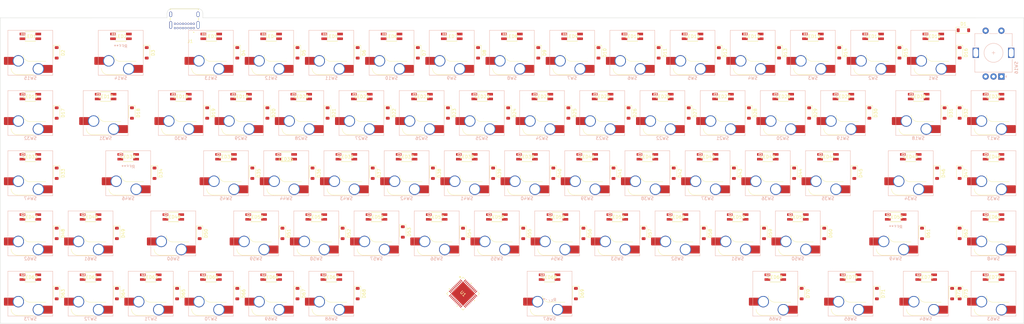
<source format=kicad_pcb>
(kicad_pcb (version 20221018) (generator pcbnew)
  (layers (0 "F.Cu" signal) (31 "B.Cu" signal) (34 "B.Paste" user) (35 "F.Paste" user) (36 "B.SilkS" user "B.Silkscreen") (37 "F.SilkS" user "F.Silkscreen") (38 "B.Mask" user) (39 "F.Mask" user) (44 "Edge.Cuts" user))
  (net 0 "")
  (net 1 "row0")
  (net 2 "Net-(D1-A)")
  (net 3 "Net-(D2-A)")
  (net 4 "Net-(D3-A)")
  (net 5 "Net-(D4-A)")
  (net 6 "Net-(D5-A)")
  (net 7 "Net-(D6-A)")
  (net 8 "Net-(D7-A)")
  (net 9 "Net-(D8-A)")
  (net 10 "Net-(D9-A)")
  (net 11 "Net-(D10-A)")
  (net 12 "Net-(D11-A)")
  (net 13 "Net-(D12-A)")
  (net 14 "Net-(D13-A)")
  (net 15 "Net-(D14-A)")
  (net 16 "Net-(D15-A)")
  (net 17 "Net-(D16-A)")
  (net 18 "Net-(D17-A)")
  (net 19 "Net-(D18-A)")
  (net 20 "Net-(D19-A)")
  (net 21 "Net-(D20-A)")
  (net 22 "Net-(D21-A)")
  (net 23 "Net-(D22-A)")
  (net 24 "Net-(D23-A)")
  (net 25 "Net-(D24-A)")
  (net 26 "Net-(D25-A)")
  (net 27 "Net-(D26-A)")
  (net 28 "Net-(D27-A)")
  (net 29 "Net-(D28-A)")
  (net 30 "Net-(D29-A)")
  (net 31 "Net-(D30-A)")
  (net 32 "Net-(D31-A)")
  (net 33 "Net-(D32-A)")
  (net 34 "Net-(D33-A)")
  (net 35 "Net-(D34-A)")
  (net 36 "Net-(D35-A)")
  (net 37 "Net-(D36-A)")
  (net 38 "Net-(D37-A)")
  (net 39 "Net-(D38-A)")
  (net 40 "Net-(D39-A)")
  (net 41 "Net-(D40-A)")
  (net 42 "Net-(D41-A)")
  (net 43 "Net-(D42-A)")
  (net 44 "Net-(D43-A)")
  (net 45 "Net-(D44-A)")
  (net 46 "Net-(D45-A)")
  (net 47 "Net-(D46-A)")
  (net 48 "Net-(D47-A)")
  (net 49 "Net-(D48-A)")
  (net 50 "Net-(D49-A)")
  (net 51 "Net-(D50-A)")
  (net 52 "Net-(D51-A)")
  (net 53 "Net-(D52-A)")
  (net 54 "Net-(D53-A)")
  (net 55 "Net-(D54-A)")
  (net 56 "Net-(D55-A)")
  (net 57 "Net-(D56-A)")
  (net 58 "Net-(D57-A)")
  (net 59 "Net-(D58-A)")
  (net 60 "Net-(D59-A)")
  (net 61 "Net-(D60-A)")
  (net 62 "Net-(D61-A)")
  (net 63 "Net-(D62-A)")
  (net 64 "Net-(D63-A)")
  (net 65 "Net-(D64-A)")
  (net 66 "Net-(D65-A)")
  (net 67 "Net-(D66-A)")
  (net 68 "Net-(D67-A)")
  (net 69 "Net-(D68-A)")
  (net 70 "col0")
  (net 71 "col2")
  (net 72 "col3")
  (net 73 "col4")
  (net 74 "col5")
  (net 75 "col6")
  (net 76 "col7")
  (net 77 "col8")
  (net 78 "col9")
  (net 79 "col10")
  (net 80 "col11")
  (net 81 "col12")
  (net 82 "col13")
  (net 83 "col14")
  (net 84 "col15")
  (net 85 "col16")
  (net 86 "Net-(D69-A)")
  (net 88 "Net-(D70-A)")
  (net 100 "Net-(D71-A)")
  (net 101 "Net-(D72-A)")
  (net 102 "Net-(D73-A)")
  (net 126 "GND")
  (net 127 "+5V")
  (net 128 "Net-(J1-DP1)")
  (net 129 "Net-(J1-DN1)")
  (net 130 "D-")
  (net 131 "D+")
  (net 132 "row1")
  (net 133 "row2")
  (net 134 "row3")
  (net 135 "row4")
  (net 136 "Net-(LED1-DIN)")
  (net 137 "Net-(LED2-DIN)")
  (net 138 "Net-(LED3-DIN)")
  (net 139 "Net-(LED4-DIN)")
  (net 140 "Net-(LED5-DIN)")
  (net 141 "Net-(LED6-DIN)")
  (net 142 "Net-(LED7-DIN)")
  (net 143 "Net-(LED8-DIN)")
  (net 144 "Net-(LED10-DOUT)")
  (net 145 "Net-(LED10-DIN)")
  (net 146 "Net-(LED11-DIN)")
  (net 147 "Net-(LED12-DIN)")
  (net 148 "Net-(LED13-DIN)")
  (net 149 "Net-(LED14-DIN)")
  (net 150 "LED_row0")
  (net 151 "Net-(LED16-DIN)")
  (net 152 "Net-(LED17-DIN)")
  (net 153 "Net-(LED18-DIN)")
  (net 154 "Net-(LED19-DIN)")
  (net 155 "Net-(LED20-DIN)")
  (net 156 "Net-(LED21-DIN)")
  (net 157 "Net-(LED22-DIN)")
  (net 158 "Net-(LED23-DIN)")
  (net 159 "Net-(LED24-DIN)")
  (net 160 "Net-(LED25-DIN)")
  (net 161 "Net-(LED26-DIN)")
  (net 162 "Net-(LED27-DIN)")
  (net 163 "Net-(LED28-DIN)")
  (net 164 "Net-(LED29-DIN)")
  (net 165 "LED_row1")
  (net 166 "Net-(LED31-DIN)")
  (net 167 "Net-(LED32-DIN)")
  (net 168 "Net-(LED33-DIN)")
  (net 169 "Net-(LED34-DIN)")
  (net 170 "Net-(LED35-DIN)")
  (net 171 "Net-(LED36-DIN)")
  (net 172 "Net-(LED37-DIN)")
  (net 173 "Net-(LED38-DIN)")
  (net 174 "Net-(LED39-DIN)")
  (net 175 "Net-(LED40-DIN)")
  (net 176 "Net-(LED41-DIN)")
  (net 177 "Net-(LED42-DIN)")
  (net 178 "LED_row2")
  (net 179 "Net-(LED44-DIN)")
  (net 180 "Net-(LED45-DIN)")
  (net 181 "Net-(LED46-DIN)")
  (net 182 "Net-(LED47-DIN)")
  (net 183 "Net-(LED48-DIN)")
  (net 184 "Net-(LED49-DIN)")
  (net 185 "Net-(LED50-DIN)")
  (net 186 "Net-(LED51-DIN)")
  (net 187 "Net-(LED52-DIN)")
  (net 188 "Net-(LED53-DIN)")
  (net 189 "Net-(LED54-DIN)")
  (net 190 "Net-(LED55-DIN)")
  (net 191 "Net-(LED56-DIN)")
  (net 192 "Net-(LED57-DIN)")
  (net 193 "Net-(LED59-DIN)")
  (net 194 "Net-(LED60-DIN)")
  (net 195 "Net-(LED61-DIN)")
  (net 196 "Net-(LED62-DIN)")
  (net 197 "Net-(LED63-DIN)")
  (net 198 "Net-(LED64-DIN)")
  (net 199 "Net-(LED65-DIN)")
  (net 200 "Net-(LED66-DIN)")
  (net 201 "Net-(LED67-DIN)")
  (net 202 "LED_row4")
  (net 203 "Net-(J1-VBUS)")
  (net 204 "Net-(J1-CC1)")
  (net 205 "Net-(J1-CC2)")
  (net 206 "col17")
  (net 207 "RESET")
  (net 208 "Net-(U2-XTAL2)")
  (net 209 "Net-(U2-XTAL1)")
  (net 213 "Net-(LED1-DOUT)")
  (net 214 "Net-(LED16-DOUT)")
  (net 215 "Net-(LED31-DOUT)")
  (net 216 "Net-(LED44-DOUT)")
  (net 217 "Net-(LED59-DOUT)")
  (net 226 "Net-(LED32-DOUT)")
  (footprint "Snapeda:4960_ADA" (layer "F.Cu") (at 233.1339 70.996175)
    (fp_text reference "LED26")
    (fp_text value "4960")
    (fp_line (start -1.6002 -1.397) (end -1.6002 1.397) (stroke (width 0.0254)) (layer "Edge.Cuts"))
    (fp_line (start -1.6002 -1.397) (end 1.6002 -1.397) (stroke (width 0.0254)) (layer "Edge.Cuts"))
    (fp_line (start -1.6002 1.397) (end 1.6002 1.397) (stroke (width 0.0254)) (layer "Edge.Cuts"))
    (fp_line (start 1.6002 1.397) (end 1.6002 -1.397) (stroke (width 0.0254)) (layer "Edge.Cuts"))
  )
  (footprint "Snapeda:4960_ADA" (layer "F.Cu") (at 266.35075 90.046175)
    (fp_text reference "LED43")
    (fp_text value "4960")
    (fp_line (start -1.6002 -1.397) (end -1.6002 1.397) (stroke (width 0.0254)) (layer "Edge.Cuts"))
    (fp_line (start -1.6002 -1.397) (end 1.6002 -1.397) (stroke (width 0.0254)) (layer "Edge.Cuts"))
    (fp_line (start -1.6002 1.397) (end 1.6002 1.397) (stroke (width 0.0254)) (layer "Edge.Cuts"))
    (fp_line (start 1.6002 1.397) (end 1.6002 -1.397) (stroke (width 0.0254)) (layer "Edge.Cuts"))
  )
  (footprint "Diode_SMD:D_SOD-123" (layer "F.Cu") (at 165.147625 76.2 -90)
    (fp_text reference "D23")
    (fp_text value "1N4007")
  )
  (footprint "Snapeda:4960_ADA" (layer "F.Cu") (at 261.58825 51.946175)
    (fp_text reference "LED12")
    (fp_text value "4960")
    (fp_line (start -1.6002 -1.397) (end -1.6002 1.397) (stroke (width 0.0254)) (layer "Edge.Cuts"))
    (fp_line (start -1.6002 -1.397) (end 1.6002 -1.397) (stroke (width 0.0254)) (layer "Edge.Cuts"))
    (fp_line (start -1.6002 1.397) (end 1.6002 1.397) (stroke (width 0.0254)) (layer "Edge.Cuts"))
    (fp_line (start 1.6002 1.397) (end 1.6002 -1.397) (stroke (width 0.0254)) (layer "Edge.Cuts"))
  )
  (footprint "Snapeda:4960_ADA" (layer "F.Cu") (at 175.9839 70.996175)
    (fp_text reference "LED23")
    (fp_text value "4960")
    (fp_line (start -1.6002 -1.397) (end -1.6002 1.397) (stroke (width 0.0254)) (layer "Edge.Cuts"))
    (fp_line (start -1.6002 -1.397) (end 1.6002 -1.397) (stroke (width 0.0254)) (layer "Edge.Cuts"))
    (fp_line (start -1.6002 1.397) (end 1.6002 1.397) (stroke (width 0.0254)) (layer "Edge.Cuts"))
    (fp_line (start 1.6002 1.397) (end 1.6002 -1.397) (stroke (width 0.0254)) (layer "Edge.Cuts"))
  )
  (footprint "Snapeda:4960_ADA" (layer "F.Cu") (at 90.13825 128.146175)
    (fp_text reference "LED65")
    (fp_text value "4960")
    (fp_line (start -1.6002 -1.397) (end -1.6002 1.397) (stroke (width 0.0254)) (layer "Edge.Cuts"))
    (fp_line (start -1.6002 -1.397) (end 1.6002 -1.397) (stroke (width 0.0254)) (layer "Edge.Cuts"))
    (fp_line (start -1.6002 1.397) (end 1.6002 1.397) (stroke (width 0.0254)) (layer "Edge.Cuts"))
    (fp_line (start 1.6002 1.397) (end 1.6002 -1.397) (stroke (width 0.0254)) (layer "Edge.Cuts"))
  )
  (footprint "Snapeda:4960_ADA" (layer "F.Cu") (at 195.0339 70.996175)
    (fp_text reference "LED24")
    (fp_text value "4960")
    (fp_line (start -1.6002 -1.397) (end -1.6002 1.397) (stroke (width 0.0254)) (layer "Edge.Cuts"))
    (fp_line (start -1.6002 -1.397) (end 1.6002 -1.397) (stroke (width 0.0254)) (layer "Edge.Cuts"))
    (fp_line (start -1.6002 1.397) (end 1.6002 1.397) (stroke (width 0.0254)) (layer "Edge.Cuts"))
    (fp_line (start 1.6002 1.397) (end 1.6002 -1.397) (stroke (width 0.0254)) (layer "Edge.Cuts"))
  )
  (footprint "Diode_SMD:D_SOD-123" (layer "F.Cu") (at 327.072625 133.35 -90)
    (fp_text reference "D73")
    (fp_text value "1N4007")
  )
  (footprint "Diode_SMD:D_SOD-123" (layer "F.Cu") (at 324.691375 133.35 -90)
    (fp_text reference "D72")
    (fp_text value "1N4007")
  )
  (footprint "Diode_SMD:D_SOD-123" (layer "F.Cu") (at 269.922625 57.15 -90)
    (fp_text reference "D13")
    (fp_text value "1N4007")
  )
  (footprint "Diode_SMD:D_SOD-123" (layer "F.Cu") (at 260.397625 76.2 -90)
    (fp_text reference "D28")
    (fp_text value "1N4007")
  )
  (footprint "Snapeda:4960_ADA" (layer "F.Cu") (at 314.0964 70.996175)
    (fp_text reference "LED30")
    (fp_text value "4960")
    (fp_line (start -1.6002 -1.397) (end -1.6002 1.397) (stroke (width 0.0254)) (layer "Edge.Cuts"))
    (fp_line (start -1.6002 -1.397) (end 1.6002 -1.397) (stroke (width 0.0254)) (layer "Edge.Cuts"))
    (fp_line (start -1.6002 1.397) (end 1.6002 1.397) (stroke (width 0.0254)) (layer "Edge.Cuts"))
    (fp_line (start 1.6002 1.397) (end 1.6002 -1.397) (stroke (width 0.0254)) (layer "Edge.Cuts"))
  )
  (footprint "Snapeda:4960_ADA" (layer "F.Cu") (at 311.5945 90.046175)
    (fp_text reference "LED45")
    (fp_text value "4960")
    (fp_line (start -1.6002 -1.397) (end -1.6002 1.397) (stroke (width 0.0254)) (layer "Edge.Cuts"))
    (fp_line (start -1.6002 -1.397) (end 1.6002 -1.397) (stroke (width 0.0254)) (layer "Edge.Cuts"))
    (fp_line (start -1.6002 1.397) (end 1.6002 1.397) (stroke (width 0.0254)) (layer "Edge.Cuts"))
    (fp_line (start 1.6002 1.397) (end 1.6002 -1.397) (stroke (width 0.0254)) (layer "Edge.Cuts"))
  )
  (footprint "Snapeda:4960_ADA" (layer "F.Cu") (at 337.78825 128.146175)
    (fp_text reference "LED72")
    (fp_text value "4960")
    (fp_line (start -1.6002 -1.397) (end -1.6002 1.397) (stroke (width 0.0254)) (layer "Edge.Cuts"))
    (fp_line (start -1.6002 -1.397) (end 1.6002 -1.397) (stroke (width 0.0254)) (layer "Edge.Cuts"))
    (fp_line (start -1.6002 1.397) (end 1.6002 1.397) (stroke (width 0.0254)) (layer "Edge.Cuts"))
    (fp_line (start 1.6002 1.397) (end 1.6002 -1.397) (stroke (width 0.0254)) (layer "Edge.Cuts"))
  )
  (footprint "Diode_SMD:D_SOD-123" (layer "F.Cu") (at 193.722625 57.15 -90)
    (fp_text reference "D9")
    (fp_text value "1N4007")
  )
  (footprint "Diode_SMD:D_SOD-123" (layer "F.Cu") (at 327.072625 95.25 -90)
    (fp_text reference "D47")
    (fp_text value "1N4007")
  )
  (footprint "Diode_SMD:D_SOD-123" (layer "F.Cu") (at 327.072625 57.15 -90)
    (fp_text reference "D16")
    (fp_text value "1N4007")
  )
  (footprint "Snapeda:4960_ADA" (layer "F.Cu") (at 56.80075 70.996175)
    (fp_text reference "LED17")
    (fp_text value "4960")
    (fp_line (start -1.6002 -1.397) (end -1.6002 1.397) (stroke (width 0.0254)) (layer "Edge.Cuts"))
    (fp_line (start -1.6002 -1.397) (end 1.6002 -1.397) (stroke (width 0.0254)) (layer "Edge.Cuts"))
    (fp_line (start -1.6002 1.397) (end 1.6002 1.397) (stroke (width 0.0254)) (layer "Edge.Cuts"))
    (fp_line (start 1.6002 1.397) (end 1.6002 -1.397) (stroke (width 0.0254)) (layer "Edge.Cuts"))
  )
  (footprint "Snapeda:4960_ADA" (layer "F.Cu") (at 90.2335 51.946175)
    (fp_text reference "LED3")
    (fp_text value "4960")
    (fp_line (start -1.6002 -1.397) (end -1.6002 1.397) (stroke (width 0.0254)) (layer "Edge.Cuts"))
    (fp_line (start -1.6002 -1.397) (end 1.6002 -1.397) (stroke (width 0.0254)) (layer "Edge.Cuts"))
    (fp_line (start -1.6002 1.397) (end 1.6002 1.397) (stroke (width 0.0254)) (layer "Edge.Cuts"))
    (fp_line (start 1.6002 1.397) (end 1.6002 -1.397) (stroke (width 0.0254)) (layer "Edge.Cuts"))
  )
  (footprint "Snapeda:4960_ADA" (layer "F.Cu") (at 104.42575 109.096175)
    (fp_text reference "LED50")
    (fp_text value "4960")
    (fp_line (start -1.6002 -1.397) (end -1.6002 1.397) (stroke (width 0.0254)) (layer "Edge.Cuts"))
    (fp_line (start -1.6002 -1.397) (end 1.6002 -1.397) (stroke (width 0.0254)) (layer "Edge.Cuts"))
    (fp_line (start -1.6002 1.397) (end 1.6002 1.397) (stroke (width 0.0254)) (layer "Edge.Cuts"))
    (fp_line (start 1.6002 1.397) (end 1.6002 -1.397) (stroke (width 0.0254)) (layer "Edge.Cuts"))
  )
  (footprint "Snapeda:4960_ADA" (layer "F.Cu") (at 337.78825 109.096175)
    (fp_text reference "LED61")
    (fp_text value "4960")
    (fp_line (start -1.6002 -1.397) (end -1.6002 1.397) (stroke (width 0.0254)) (layer "Edge.Cuts"))
    (fp_line (start -1.6002 -1.397) (end 1.6002 -1.397) (stroke (width 0.0254)) (layer "Edge.Cuts"))
    (fp_line (start -1.6002 1.397) (end 1.6002 1.397) (stroke (width 0.0254)) (layer "Edge.Cuts"))
    (fp_line (start 1.6002 1.397) (end 1.6002 -1.397) (stroke (width 0.0254)) (layer "Edge.Cuts"))
  )
  (footprint "Snapeda:4960_ADA" (layer "F.Cu") (at 94.90075 90.046175)
    (fp_text reference "LED34")
    (fp_text value "4960")
    (fp_line (start -1.6002 -1.397) (end -1.6002 1.397) (stroke (width 0.0254)) (layer "Edge.Cuts"))
    (fp_line (start -1.6002 -1.397) (end 1.6002 -1.397) (stroke (width 0.0254)) (layer "Edge.Cuts"))
    (fp_line (start -1.6002 1.397) (end 1.6002 1.397) (stroke (width 0.0254)) (layer "Edge.Cuts"))
    (fp_line (start 1.6002 1.397) (end 1.6002 -1.397) (stroke (width 0.0254)) (layer "Edge.Cuts"))
  )
  (footprint "Snapeda:4960_ADA" (layer "F.Cu") (at 52.03825 128.146175)
    (fp_text reference "LED64")
    (fp_text value "4960")
    (fp_line (start -1.6002 -1.397) (end -1.6002 1.397) (stroke (width 0.0254)) (layer "Edge.Cuts"))
    (fp_line (start -1.6002 -1.397) (end 1.6002 -1.397) (stroke (width 0.0254)) (layer "Edge.Cuts"))
    (fp_line (start -1.6002 1.397) (end 1.6002 1.397) (stroke (width 0.0254)) (layer "Edge.Cuts"))
    (fp_line (start 1.6002 1.397) (end 1.6002 -1.397) (stroke (width 0.0254)) (layer "Edge.Cuts"))
  )
  (footprint "MountingHole:MountingHole_3.2mm_M3" (layer "F.Cu") (at 61.56325 123.825)
    (fp_text reference "REF**" hide)
    (fp_text value "MountingHole_3.2mm_M3" hide)
  )
  (footprint "Diode_SMD:D_SOD-123" (layer "F.Cu") (at 141.335125 95.25 -90)
    (fp_text reference "D37")
    (fp_text value "1N4007")
  )
  (footprint "Snapeda:4960_ADA" (layer "F.Cu") (at 256.82575 109.096175)
    (fp_text reference "LED53")
    (fp_text value "4960")
    (fp_line (start -1.6002 -1.397) (end -1.6002 1.397) (stroke (width 0.0254)) (layer "Edge.Cuts"))
    (fp_line (start -1.6002 -1.397) (end 1.6002 -1.397) (stroke (width 0.0254)) (layer "Edge.Cuts"))
    (fp_line (start -1.6002 1.397) (end 1.6002 1.397) (stroke (width 0.0254)) (layer "Edge.Cuts"))
    (fp_line (start 1.6002 1.397) (end 1.6002 -1.397) (stroke (width 0.0254)) (layer "Edge.Cuts"))
  )
  (footprint "Diode_SMD:D_SOD-123" (layer "F.Cu") (at 69.81825 57.15 -90)
    (fp_text reference "D3")
    (fp_text value "1N4007")
  )
  (footprint "Diode_SMD:D_SOD-123" (layer "F.Cu") (at 41.322625 76.2 -90)
    (fp_text reference "D17")
    (fp_text value "1N4007")
  )
  (footprint "Diode_SMD:D_SOD-123" (layer "F.Cu") (at 222.297625 76.2 -90)
    (fp_text reference "D26")
    (fp_text value "1N4007")
  )
  (footprint "Diode_SMD:D_SOD-123" (layer "F.Cu") (at 255.635125 95.25 -90)
    (fp_text reference "D43")
    (fp_text value "1N4007")
  )
  (footprint "Snapeda:4960_ADA" (layer "F.Cu") (at 316.47765 128.146175)
    (fp_text reference "LED71")
    (fp_text value "4960")
    (fp_line (start -1.6002 -1.397) (end -1.6002 1.397) (stroke (width 0.0254)) (layer "Edge.Cuts"))
    (fp_line (start -1.6002 -1.397) (end 1.6002 -1.397) (stroke (width 0.0254)) (layer "Edge.Cuts"))
    (fp_line (start -1.6002 1.397) (end 1.6002 1.397) (stroke (width 0.0254)) (layer "Edge.Cuts"))
    (fp_line (start 1.6002 1.397) (end 1.6002 -1.397) (stroke (width 0.0254)) (layer "Edge.Cuts"))
  )
  (footprint "Snapeda:4960_ADA" (layer "F.Cu") (at 32.98825 70.996175)
    (fp_text reference "LED16")
    (fp_text value "4960")
    (fp_line (start -1.6002 -1.397) (end -1.6002 1.397) (stroke (width 0.0254)) (layer "Edge.Cuts"))
    (fp_line (start -1.6002 -1.397) (end 1.6002 -1.397) (stroke (width 0.0254)) (layer "Edge.Cuts"))
    (fp_line (start -1.6002 1.397) (end 1.6002 1.397) (stroke (width 0.0254)) (layer "Edge.Cuts"))
    (fp_line (start 1.6002 1.397) (end 1.6002 -1.397) (stroke (width 0.0254)) (layer "Edge.Cuts"))
  )
  (footprint "Snapeda:4960_ADA" (layer "F.Cu") (at 32.98825 90.046175)
    (fp_text reference "LED32")
    (fp_text value "4960")
    (fp_line (start -1.6002 -1.397) (end -1.6002 1.397) (stroke (width 0.0254)) (layer "Edge.Cuts"))
    (fp_line (start -1.6002 -1.397) (end 1.6002 -1.397) (stroke (width 0.0254)) (layer "Edge.Cuts"))
    (fp_line (start -1.6002 1.397) (end 1.6002 1.397) (stroke (width 0.0254)) (layer "Edge.Cuts"))
    (fp_line (start 1.6002 1.397) (end 1.6002 -1.397) (stroke (width 0.0254)) (layer "Edge.Cuts"))
  )
  (footprint "Snapeda:4960_ADA" (layer "F.Cu") (at 242.53825 51.946175)
    (fp_text reference "LED11")
    (fp_text value "4960")
    (fp_line (start -1.6002 -1.397) (end -1.6002 1.397) (stroke (width 0.0254)) (layer "Edge.Cuts"))
    (fp_line (start -1.6002 -1.397) (end 1.6002 -1.397) (stroke (width 0.0254)) (layer "Edge.Cuts"))
    (fp_line (start -1.6002 1.397) (end 1.6002 1.397) (stroke (width 0.0254)) (layer "Edge.Cuts"))
    (fp_line (start 1.6002 1.397) (end 1.6002 -1.397) (stroke (width 0.0254)) (layer "Edge.Cuts"))
  )
  (footprint "Snapeda:4960_ADA" (layer "F.Cu") (at 218.72575 109.096175)
    (fp_text reference "LED52")
    (fp_text value "4960")
    (fp_line (start -1.6002 -1.397) (end -1.6002 1.397) (stroke (width 0.0254)) (layer "Edge.Cuts"))
    (fp_line (start -1.6002 -1.397) (end 1.6002 -1.397) (stroke (width 0.0254)) (layer "Edge.Cuts"))
    (fp_line (start -1.6002 1.397) (end 1.6002 1.397) (stroke (width 0.0254)) (layer "Edge.Cuts"))
    (fp_line (start 1.6002 1.397) (end 1.6002 -1.397) (stroke (width 0.0254)) (layer "Edge.Cuts"))
  )
  (footprint "Snapeda:4960_ADA" (layer "F.Cu") (at 32.98825 51.946175)
    (fp_text reference "LED1")
    (fp_text value "4960")
    (fp_line (start -1.6002 -1.397) (end -1.6002 1.397) (stroke (width 0.0254)) (layer "Edge.Cuts"))
    (fp_line (start -1.6002 -1.397) (end 1.6002 -1.397) (stroke (width 0.0254)) (layer "Edge.Cuts"))
    (fp_line (start -1.6002 1.397) (end 1.6002 1.397) (stroke (width 0.0254)) (layer "Edge.Cuts"))
    (fp_line (start 1.6002 1.397) (end 1.6002 -1.397) (stroke (width 0.0254)) (layer "Edge.Cuts"))
  )
  (footprint "Snapeda:4960_ADA" (layer "F.Cu") (at 71.08825 128.146175)
    (fp_text reference "LED62")
    (fp_text value "4960")
    (fp_line (start -1.6002 -1.397) (end -1.6002 1.397) (stroke (width 0.0254)) (layer "Edge.Cuts"))
    (fp_line (start -1.6002 -1.397) (end 1.6002 -1.397) (stroke (width 0.0254)) (layer "Edge.Cuts"))
    (fp_line (start -1.6002 1.397) (end 1.6002 1.397) (stroke (width 0.0254)) (layer "Edge.Cuts"))
    (fp_line (start 1.6002 1.397) (end 1.6002 -1.397) (stroke (width 0.0254)) (layer "Edge.Cuts"))
  )
  (footprint "Snapeda:4960_ADA" (layer "F.Cu") (at 61.65215 51.946175)
    (fp_text reference "LED2")
    (fp_text value "4960")
    (fp_line (start -1.6002 -1.397) (end -1.6002 1.397) (stroke (width 0.0254)) (layer "Edge.Cuts"))
    (fp_line (start -1.6002 -1.397) (end 1.6002 -1.397) (stroke (width 0.0254)) (layer "Edge.Cuts"))
    (fp_line (start -1.6002 1.397) (end 1.6002 1.397) (stroke (width 0.0254)) (layer "Edge.Cuts"))
    (fp_line (start 1.6002 1.397) (end 1.6002 -1.397) (stroke (width 0.0254)) (layer "Edge.Cuts"))
  )
  (footprint "Snapeda:4960_ADA" (layer "F.Cu") (at 337.78825 70.996175)
    (fp_text reference "LED31")
    (fp_text value "4960")
    (fp_line (start -1.6002 -1.397) (end -1.6002 1.397) (stroke (width 0.0254)) (layer "Edge.Cuts"))
    (fp_line (start -1.6002 -1.397) (end 1.6002 -1.397) (stroke (width 0.0254)) (layer "Edge.Cuts"))
    (fp_line (start -1.6002 1.397) (end 1.6002 1.397) (stroke (width 0.0254)) (layer "Edge.Cuts"))
    (fp_line (start 1.6002 1.397) (end 1.6002 -1.397) (stroke (width 0.0254)) (layer "Edge.Cuts"))
  )
  (footprint "Snapeda:4960_ADA" (layer "F.Cu") (at 190.15075 90.046175)
    (fp_text reference "LED39")
    (fp_text value "4960")
    (fp_line (start -1.6002 -1.397) (end -1.6002 1.397) (stroke (width 0.0254)) (layer "Edge.Cuts"))
    (fp_line (start -1.6002 -1.397) (end 1.6002 -1.397) (stroke (width 0.0254)) (layer "Edge.Cuts"))
    (fp_line (start -1.6002 1.397) (end 1.6002 1.397) (stroke (width 0.0254)) (layer "Edge.Cuts"))
    (fp_line (start 1.6002 1.397) (end 1.6002 -1.397) (stroke (width 0.0254)) (layer "Edge.Cuts"))
  )
  (footprint "MountingHole:MountingHole_3.2mm_M3" (layer "F.Cu") (at 180.62575 86.915625)
    (fp_text reference "REF**" hide)
    (fp_text value "MountingHole_3.2mm_M3" hide)
  )
  (footprint "Diode_SMD:D_SOD-123" (layer "F.Cu") (at 136.572625 57.15 -90)
    (fp_text reference "D6")
    (fp_text value "1N4007")
  )
  (footprint "Snapeda:4960_ADA" (layer "F.Cu") (at 285.40075 90.046175)
    (fp_text reference "LED44")
    (fp_text value "4960")
    (fp_line (start -1.6002 -1.397) (end -1.6002 1.397) (stroke (width 0.0254)) (layer "Edge.Cuts"))
    (fp_line (start -1.6002 -1.397) (end 1.6002 -1.397) (stroke (width 0.0254)) (layer "Edge.Cuts"))
    (fp_line (start -1.6002 1.397) (end 1.6002 1.397) (stroke (width 0.0254)) (layer "Edge.Cuts"))
    (fp_line (start 1.6002 1.397) (end 1.6002 -1.397) (stroke (width 0.0254)) (layer "Edge.Cuts"))
  )
  (footprint "Snapeda:4960_ADA" (layer "F.Cu") (at 214.0839 70.996175)
    (fp_text reference "LED25")
    (fp_text value "4960")
    (fp_line (start -1.6002 -1.397) (end -1.6002 1.397) (stroke (width 0.0254)) (layer "Edge.Cuts"))
    (fp_line (start -1.6002 -1.397) (end 1.6002 -1.397) (stroke (width 0.0254)) (layer "Edge.Cuts"))
    (fp_line (start -1.6002 1.397) (end 1.6002 1.397) (stroke (width 0.0254)) (layer "Edge.Cuts"))
    (fp_line (start 1.6002 1.397) (end 1.6002 -1.397) (stroke (width 0.0254)) (layer "Edge.Cuts"))
  )
  (footprint "Diode_SMD:D_SOD-123" (layer "F.Cu") (at 41.322625 114.3 -90)
    (fp_text reference "D48")
    (fp_text value "1N4007")
  )
  (footprint "Diode_SMD:D_SOD-123" (layer "F.Cu") (at 208.010125 114.3 -90)
    (fp_text reference "D56")
    (fp_text value "1N4007")
  )
  (footprint "Snapeda:4960_ADA" (layer "F.Cu") (at 128.49225 51.946175)
    (fp_text reference "LED5")
    (fp_text value "4960")
    (fp_line (start -1.6002 -1.397) (end -1.6002 1.397) (stroke (width 0.0254)) (layer "Edge.Cuts"))
    (fp_line (start -1.6002 -1.397) (end 1.6002 -1.397) (stroke (width 0.0254)) (layer "Edge.Cuts"))
    (fp_line (start -1.6002 1.397) (end 1.6002 1.397) (stroke (width 0.0254)) (layer "Edge.Cuts"))
    (fp_line (start 1.6002 1.397) (end 1.6002 -1.397) (stroke (width 0.0254)) (layer "Edge.Cuts"))
  )
  (footprint "Diode_SMD:D_SOD-123" (layer "F.Cu") (at 112.760125 114.3 -90)
    (fp_text reference "D51")
    (fp_text value "1N4007")
  )
  (footprint "Diode_SMD:D_SOD-123" (layer "F.Cu") (at 65.135125 76.2 -90)
    (fp_text reference "D18")
    (fp_text value "1N4007")
  )
  (footprint "Diode_SMD:D_SOD-123" (layer "F.Cu") (at 98.472625 57.15 -90)
    (fp_text reference "D4")
    (fp_text value "1N4007")
  )
  (footprint "Snapeda:4960_ADA" (layer "F.Cu") (at 109.18825 128.146175)
    (fp_text reference "LED66")
    (fp_text value "4960")
    (fp_line (start -1.6002 -1.397) (end -1.6002 1.397) (stroke (width 0.0254)) (layer "Edge.Cuts"))
    (fp_line (start -1.6002 -1.397) (end 1.6002 -1.397) (stroke (width 0.0254)) (layer "Edge.Cuts"))
    (fp_line (start -1.6002 1.397) (end 1.6002 1.397) (stroke (width 0.0254)) (layer "Edge.Cuts"))
    (fp_line (start 1.6002 1.397) (end 1.6002 -1.397) (stroke (width 0.0254)) (layer "Edge.Cuts"))
  )
  (footprint "Snapeda:4960_ADA" (layer "F.Cu") (at 156.9339 70.996175)
    (fp_text reference "LED22")
    (fp_text value "4960")
    (fp_line (start -1.6002 -1.397) (end -1.6002 1.397) (stroke (width 0.0254)) (layer "Edge.Cuts"))
    (fp_line (start -1.6002 -1.397) (end 1.6002 -1.397) (stroke (width 0.0254)) (layer "Edge.Cuts"))
    (fp_line (start -1.6002 1.397) (end 1.6002 1.397) (stroke (width 0.0254)) (layer "Edge.Cuts"))
    (fp_line (start 1.6002 1.397) (end 1.6002 -1.397) (stroke (width 0.0254)) (layer "Edge.Cuts"))
  )
  (footprint "Snapeda:4960_ADA" (layer "F.Cu") (at 197.2945 128.146175)
    (fp_text reference "LED68")
    (fp_text value "4960")
    (fp_line (start -1.6002 -1.397) (end -1.6002 1.397) (stroke (width 0.0254)) (layer "Edge.Cuts"))
    (fp_line (start -1.6002 -1.397) (end 1.6002 -1.397) (stroke (width 0.0254)) (layer "Edge.Cuts"))
    (fp_line (start -1.6002 1.397) (end 1.6002 1.397) (stroke (width 0.0254)) (layer "Edge.Cuts"))
    (fp_line (start 1.6002 1.397) (end 1.6002 -1.397) (stroke (width 0.0254)) (layer "Edge.Cuts"))
  )
  (footprint "Diode_SMD:D_SOD-123" (layer "F.Cu") (at 174.672625 57.15 -90)
    (fp_text reference "D8")
    (fp_text value "1N4007")
  )
  (footprint "Snapeda:44PW_ATM" (layer "F.Cu") (at 169.910125 133.35 -45)
    (fp_text reference "U1")
    (fp_text value "ATMEGA32U4RC-MUR")
  )
  (footprint "Diode_SMD:D_SOD-123" (layer "F.Cu") (at 169.910125 114.3 -90)
    (fp_text reference "D54")
    (fp_text value "1N4007")
  )
  (footprint "Snapeda:4960_ADA" (layer "F.Cu") (at 152.05075 90.046175)
    (fp_text reference "LED37")
    (fp_text value "4960")
    (fp_line (start -1.6002 -1.397) (end -1.6002 1.397) (stroke (width 0.0254)) (layer "Edge.Cuts"))
    (fp_line (start -1.6002 -1.397) (end 1.6002 -1.397) (stroke (width 0.0254)) (layer "Edge.Cuts"))
    (fp_line (start -1.6002 1.397) (end 1.6002 1.397) (stroke (width 0.0254)) (layer "Edge.Cuts"))
    (fp_line (start 1.6002 1.397) (end 1.6002 -1.397) (stroke (width 0.0254)) (layer "Edge.Cuts"))
  )
  (footprint "Snapeda:4960_ADA" (layer "F.Cu") (at 142.52575 109.096175)
    (fp_text reference "LED56")
    (fp_text value "4960")
    (fp_line (start -1.6002 -1.397) (end -1.6002 1.397) (stroke (width 0.0254)) (layer "Edge.Cuts"))
    (fp_line (start -1.6002 -1.397) (end 1.6002 -1.397) (stroke (width 0.0254)) (layer "Edge.Cuts"))
    (fp_line (start -1.6002 1.397) (end 1.6002 1.397) (stroke (width 0.0254)) (layer "Edge.Cuts"))
    (fp_line (start 1.6002 1.397) (end 1.6002 -1.397) (stroke (width 0.0254)) (layer "Edge.Cuts"))
  )
  (footprint "Diode_SMD:D_SOD-123" (layer "F.Cu") (at 293.735125 95.25 -90)
    (fp_text reference "D45")
    (fp_text value "1N4007")
  )
  (footprint "Snapeda:4960_ADA" (layer "F.Cu") (at 306.832 109.096175)
    (fp_text reference "LED55")
    (fp_text value "4960")
    (fp_line (start -1.6002 -1.397) (end -1.6002 1.397) (stroke (width 0.0254)) (layer "Edge.Cuts"))
    (fp_line (start -1.6002 -1.397) (end 1.6002 -1.397) (stroke (width 0.0254)) (layer "Edge.Cuts"))
    (fp_line (start -1.6002 1.397) (end 1.6002 1.397) (stroke (width 0.0254)) (layer "Edge.Cuts"))
    (fp_line (start 1.6002 1.397) (end 1.6002 -1.397) (stroke (width 0.0254)) (layer "Edge.Cuts"))
  )
  (footprint "Snapeda:4960_ADA" (layer "F.Cu") (at 32.98825 128.146175)
    (fp_text reference "LED63")
    (fp_text value "4960")
    (fp_line (start -1.6002 -1.397) (end -1.6002 1.397) (stroke (width 0.0254)) (layer "Edge.Cuts"))
    (fp_line (start -1.6002 -1.397) (end 1.6002 -1.397) (stroke (width 0.0254)) (layer "Edge.Cuts"))
    (fp_line (start -1.6002 1.397) (end 1.6002 1.397) (stroke (width 0.0254)) (layer "Edge.Cuts"))
    (fp_line (start 1.6002 1.397) (end 1.6002 -1.397) (stroke (width 0.0254)) (layer "Edge.Cuts"))
  )
  (footprint "Diode_SMD:D_SOD-123" (layer "F.Cu") (at 188.960125 114.3 -90)
    (fp_text reference "D55")
    (fp_text value "1N4007")
  )
  (footprint "Diode_SMD:D_SOD-123" (layer "F.Cu") (at 160.385125 95.25 -90)
    (fp_text reference "D38")
    (fp_text value "1N4007")
  )
  (footprint "Diode_SMD:D_SOD-123" (layer "F.Cu") (at 274.685125 95.25 -90)
    (fp_text reference "D44")
    (fp_text value "1N4007")
  )
  (footprint "Diode_SMD:D_SOD-123" (layer "F.Cu") (at 79.422625 133.35 -90)
    (fp_text reference "D65")
    (fp_text value "1N4007")
  )
  (footprint "Snapeda:4960_ADA" (layer "F.Cu") (at 223.48825 51.946175)
    (fp_text reference "LED10")
    (fp_text value "4960")
    (fp_line (start -1.6002 -1.397) (end -1.6002 1.397) (stroke (width 0.0254)) (layer "Edge.Cuts"))
    (fp_line (start -1.6002 -1.397) (end 1.6002 -1.397) (stroke (width 0.0254)) (layer "Edge.Cuts"))
    (fp_line (start -1.6002 1.397) (end 1.6002 1.397) (stroke (width 0.0254)) (layer "Edge.Cuts"))
    (fp_line (start 1.6002 1.397) (end 1.6002 -1.397) (stroke (width 0.0254)) (layer "Edge.Cuts"))
  )
  (footprint "Diode_SMD:D_SOD-123" (layer "F.Cu") (at 231.822625 57.15 -90)
    (fp_text reference "D11")
    (fp_text value "1N4007")
  )
  (footprint "Snapeda:4960_ADA" (layer "F.Cu") (at 180.62575 109.096175)
    (fp_text reference "LED58")
    (fp_text value "4960")
    (fp_line (start -1.6002 -1.397) (end -1.6002 1.397) (stroke (width 0.0254)) (layer "Edge.Cuts"))
    (fp_line (start -1.6002 -1.397) (end 1.6002 -1.397) (stroke (width 0.0254)) (layer "Edge.Cuts"))
    (fp_line (start -1.6002 1.397) (end 1.6002 1.397) (stroke (width 0.0254)) (layer "Edge.Cuts"))
    (fp_line (start 1.6002 1.397) (end 1.6002 -1.397) (stroke (width 0.0254)) (layer "Edge.Cuts"))
  )
  (footprint "Diode_SMD:D_SOD-123" (layer "F.Cu") (at 236.585125 95.25 -90)
    (fp_text reference "D42")
    (fp_text value "1N4007")
  )
  (footprint "Snapeda:4960_ADA" (layer "F.Cu") (at 52.03825 109.096175)
    (fp_text reference "LED48")
    (fp_text value "4960")
    (fp_line (start -1.6002 -1.397) (end -1.6002 1.397) (stroke (width 0.0254)) (layer "Edge.Cuts"))
    (fp_line (start -1.6002 -1.397) (end 1.6002 -1.397) (stroke (width 0.0254)) (layer "Edge.Cuts"))
    (fp_line (start -1.6002 1.397) (end 1.6002 1.397) (stroke (width 0.0254)) (layer "Edge.Cuts"))
    (fp_line (start 1.6002 1.397) (end 1.6002 -1.397) (stroke (width 0.0254)) (layer "Edge.Cuts"))
  )
  (footprint "Diode_SMD:D_SOD-123" (layer "F.Cu") (at 205.628875 133.35 -90)
    (fp_text reference "D69")
    (fp_text value "1N4007")
  )
  (footprint "Diode_SMD:D_SOD-123" (layer "F.Cu") (at 308.022625 57.15 -90)
    (fp_text reference "D15")
    (fp_text value "1N4007")
  )
  (footprint "Diode_SMD:D_SOD-123" (layer "F.Cu") (at 131.810125 114.3 -90)
    (fp_text reference "D52")
    (fp_text value "1N4007")
  )
  (footprint "Snapeda:4960_ADA" (layer "F.Cu") (at 209.20075 90.046175)
    (fp_text reference "LED40")
    (fp_text value "4960")
    (fp_line (start -1.6002 -1.397) (end -1.6002 1.397) (stroke (width 0.0254)) (layer "Edge.Cuts"))
    (fp_line (start -1.6002 -1.397) (end 1.6002 -1.397) (stroke (width 0.0254)) (layer "Edge.Cuts"))
    (fp_line (start -1.6002 1.397) (end 1.6002 1.397) (stroke (width 0.0254)) (layer "Edge.Cuts"))
    (fp_line (start 1.6002 1.397) (end 1.6002 -1.397) (stroke (width 0.0254)) (layer "Edge.Cuts"))
  )
  (footprint "Snapeda:4960_ADA" (layer "F.Cu") (at 147.28825 51.946175)
    (fp_text reference "LED6")
    (fp_text value "4960")
    (fp_line (start -1.6002 -1.397) (end -1.6002 1.397) (stroke (width 0.0254)) (layer "Edge.Cuts"))
    (fp_line (start -1.6002 -1.397) (end 1.6002 -1.397) (stroke (width 0.0254)) (layer "Edge.Cuts"))
    (fp_line (start -1.6002 1.397) (end 1.6002 1.397) (stroke (width 0.0254)) (layer "Edge.Cuts"))
    (fp_line (start 1.6002 1.397) (end 1.6002 -1.397) (stroke (width 0.0254)) (layer "Edge.Cuts"))
  )
  (footprint "Diode_SMD:D_SOD-123" (layer "F.Cu") (at 117.522625 133.35 -90)
    (fp_text reference "D67")
    (fp_text value "1N4007")
  )
  (footprint "Diode_SMD:D_SOD-123" (layer "F.Cu") (at 60.372625 114.3 -90)
    (fp_text reference "D49")
    (fp_text value "1N4007")
  )
  (footprint "Diode_SMD:D_SOD-123" (layer "F.Cu") (at 41.322625 57.15 -90)
    (fp_text reference "D2")
    (fp_text value "1N4007")
  )
  (footprint "Diode_SMD:D_SOD-123" (layer "F.Cu") (at 288.972625 57.15 -90)
    (fp_text reference "D14")
    (fp_text value "1N4007")
  )
  (footprint "Diode_SMD:D_SOD-123" (layer "F.Cu") (at 298.497625 76.2 -90)
    (fp_text reference "D30")
    (fp_text value "1N4007")
  )
  (footprint "Snapeda:4960_ADA" (layer "F.Cu") (at 280.63825 51.946175)
    (fp_text reference "LED13")
    (fp_text value "4960")
    (fp_line (start -1.6002 -1.397) (end -1.6002 1.397) (stroke (width 0.0254)) (layer "Edge.Cuts"))
    (fp_line (start -1.6002 -1.397) (end 1.6002 -1.397) (stroke (width 0.0254)) (layer "Edge.Cuts"))
    (fp_line (start -1.6002 1.397) (end 1.6002 1.397) (stroke (width 0.0254)) (layer "Edge.Cuts"))
    (fp_line (start 1.6002 1.397) (end 1.6002 -1.397) (stroke (width 0.0254)) (layer "Edge.Cuts"))
  )
  (footprint "Diode_SMD:D_SOD-123" (layer "F.Cu") (at 227.060125 114.3 -90)
    (fp_text reference "D57")
    (fp_text value "1N4007")
  )
  (footprint "Diode_SMD:D_SOD-123" (layer "F.Cu") (at 127.047625 76.2 -90)
    (fp_text reference "D21")
    (fp_text value "1N4007")
  )
  (footprint "Diode_SMD:D_SOD-123" (layer "F.Cu") (at 60.372625 133.35 -90)
    (fp_text reference "D64")
    (fp_text value "1N4007")
  )
  (footprint "Diode_SMD:D_SOD-123" (layer "F.Cu") (at 300.878875 133.35 -90)
    (fp_text reference "D71")
    (fp_text value "1N4007")
  )
  (footprint "Diode_SMD:D_SOD-123" (layer "F.Cu") (at 328.26325 50.00625)
    (fp_text reference "D1")
    (fp_text value "1N4007")
  )
  (footprint "Snapeda:4960_ADA" (layer "F.Cu") (at 268.732 128.146175)
    (fp_text reference "LED69")
    (fp_text value "4960")
    (fp_line (start -1.6002 -1.397) (end -1.6002 1.397) (stroke (width 0.0254)) (layer "Edge.Cuts"))
    (fp_line (start -1.6002 -1.397) (end 1.6002 -1.397) (stroke (width 0.0254)) (layer "Edge.Cuts"))
    (fp_line (start -1.6002 1.397) (end 1.6002 1.397) (stroke (width 0.0254)) (layer "Edge.Cuts"))
    (fp_line (start 1.6002 1.397) (end 1.6002 -1.397) (stroke (width 0.0254)) (layer "Edge.Cuts"))
  )
  (footprint "Diode_SMD:D_SOD-123" (layer "F.Cu") (at 122.285125 95.25 -90)
    (fp_text reference "D36")
    (fp_text value "1N4007")
  )
  (footprint "Snapeda:4960_ADA" (layer "F.Cu") (at 237.77575 109.096175)
    (fp_text reference "LED60")
    (fp_text value "4960")
    (fp_line (start -1.6002 -1.397) (end -1.6002 1.397) (stroke (width 0.0254)) (layer "Edge.Cuts"))
    (fp_line (start -1.6002 -1.397) (end 1.6002 -1.397) (stroke (width 0.0254)) (layer "Edge.Cuts"))
    (fp_line (start -1.6002 1.397) (end 1.6002 1.397) (stroke (width 0.0254)) (layer "Edge.Cuts"))
    (fp_line (start 1.6002 1.397) (end 1.6002 -1.397) (stroke (width 0.0254)) (layer "Edge.Cuts"))
  )
  (footprint "MountingHole:MountingHole_3.2mm_M3" (layer "F.Cu") (at 328.26325 66.675)
    (fp_text reference "REF**" hide)
    (fp_text value "MountingHole_3.2mm_M3" hide)
  )
  (footprint "Snapeda:4960_ADA" (layer "F.Cu") (at 133.00075 90.046175)
    (fp_text reference "LED36")
    (fp_text value "4960")
    (fp_line (start -1.6002 -1.397) (end -1.6002 1.397) (stroke (width 0.0254)) (layer "Edge.Cuts"))
    (fp_line (start -1.6002 -1.397) (end 1.6002 -1.397) (stroke (width 0.0254)) (layer "Edge.Cuts"))
    (fp_line (start -1.6002 1.397) (end 1.6002 1.397) (stroke (width 0.0254)) (layer "Edge.Cuts"))
    (fp_line (start 1.6002 1.397) (end 1.6002 -1.397) (stroke (width 0.0254)) (layer "Edge.Cuts"))
  )
  (footprint "Snapeda:4960_ADA" (layer "F.Cu") (at 166.33825 51.946175)
    (fp_text reference "LED7")
    (fp_text value "4960")
    (fp_line (start -1.6002 -1.397) (end -1.6002 1.397) (stroke (width 0.0254)) (layer "Edge.Cuts"))
    (fp_line (start -1.6002 -1.397) (end 1.6002 -1.397) (stroke (width 0.0254)) (layer "Edge.Cuts"))
    (fp_line (start -1.6002 1.397) (end 1.6002 1.397) (stroke (width 0.0254)) (layer "Edge.Cuts"))
    (fp_line (start 1.6002 1.397) (end 1.6002 -1.397) (stroke (width 0.0254)) (layer "Edge.Cuts"))
  )
  (footprint "Diode_SMD:D_SOD-123" (layer "F.Cu") (at 265.160125 114.3 -90)
    (fp_text reference "D59")
    (fp_text value "1N4007")
  )
  (footprint "Diode_SMD:D_SOD-123" (layer "F.Cu") (at 212.772625 57.15 -90)
    (fp_text reference "D10")
    (fp_text value "1N4007")
  )
  (footprint "MountingHole:MountingHole_3.2mm_M3" (layer "F.Cu") (at 285.40075 123.825)
    (fp_text reference "REF**" hide)
    (fp_text value "MountingHole_3.2mm_M3" hide)
  )
  (footprint "Diode_SMD:D_SOD-123" (layer "F.Cu") (at 72.278875 95.25 -90)
    (fp_text reference "D34")
    (fp_text value "1N4007")
  )
  (footprint "Snapeda:4960_ADA" (layer "F.Cu") (at 78.232 109.096175)
    (fp_text reference "LED49")
    (fp_text value "4960")
    (fp_line (start -1.6002 -1.397) (end -1.6002 1.397) (stroke (width 0.0254)) (layer "Edge.Cuts"))
    (fp_line (start -1.6002 -1.397) (end 1.6002 -1.397) (stroke (width 0.0254)) (layer "Edge.Cuts"))
    (fp_line (start -1.6002 1.397) (end 1.6002 1.397) (stroke (width 0.0254)) (layer "Edge.Cuts"))
    (fp_line (start 1.6002 1.397) (end 1.6002 -1.397) (stroke (width 0.0254)) (layer "Edge.Cuts"))
  )
  (footprint "Diode_SMD:D_SOD-123" (layer "F.Cu") (at 41.322625 133.35 -90)
    (fp_text reference "D63")
    (fp_text value "1N4007")
  )
  (footprint "Snapeda:4960_ADA" (layer "F.Cu") (at 118.71325 70.996175)
    (fp_text reference "LED20")
    (fp_text value "4960")
    (fp_line (start -1.6002 -1.397) (end -1.6002 1.397) (stroke (width 0.0254)) (layer "Edge.Cuts"))
    (fp_line (start -1.6002 -1.397) (end 1.6002 -1.397) (stroke (width 0.0254)) (layer "Edge.Cuts"))
    (fp_line (start -1.6002 1.397) (end 1.6002 1.397) (stroke (width 0.0254)) (layer "Edge.Cuts"))
    (fp_line (start 1.6002 1.397) (end 1.6002 -1.397) (stroke (width 0.0254)) (layer "Edge.Cuts"))
  )
  (footprint "Diode_SMD:D_SOD-123" (layer "F.Cu") (at 241.347625 76.2 -90)
    (fp_text reference "D27")
    (fp_text value "1N4007")
  )
  (footprint "Diode_SMD:D_SOD-123" (layer "F.Cu") (at 103.235125 95.25 -90)
    (fp_text reference "D35")
    (fp_text value "1N4007")
  )
  (footprint "Snapeda:USB4085-GF-A_REVB_GCT_USB4085-GF-A_REVB" (layer "F.Cu") (at 81.7245 44.958 180)
    (fp_text reference "J1")
    (fp_text value "USB-C")
  )
  (footprint "MountingHole:MountingHole_3.2mm_M3" (layer "F.Cu") (at 42.51325 66.675)
    (fp_text reference "REF**" hide)
    (fp_text value "MountingHole_3.2mm_M3" hide)
  )
  (footprint "Snapeda:4960_ADA" (layer "F.Cu") (at 32.98825 109.096175)
    (fp_text reference "LED47")
    (fp_text value "4960")
    (fp_line (start -1.6002 -1.397) (end -1.6002 1.397) (stroke (width 0.0254)) (layer "Edge.Cuts"))
    (fp_line (start -1.6002 -1.397) (end 1.6002 -1.397) (stroke (width 0.0254)) (layer "Edge.Cuts"))
    (fp_line (start -1.6002 1.397) (end 1.6002 1.397) (stroke (width 0.0254)) (layer "Edge.Cuts"))
    (fp_line (start 1.6002 1.397) (end 1.6002 -1.397) (stroke (width 0.0254)) (layer "Edge.Cuts"))
  )
  (footprint "Diode_SMD:D_SOD-123" (layer "F.Cu") (at 279.447625 76.2 -90)
    (fp_text reference "D29")
    (fp_text value "1N4007")
  )
  (footprint "Diode_SMD:D_SOD-123" (layer "F.Cu") (at 98.472625 133.35 -90)
    (fp_text reference "D66")
    (fp_text value "1N4007")
  )
  (footprint "Diode_SMD:D_SOD-123" (layer "F.Cu") (at 155.622625 57.15 -90)
    (fp_text reference "D7")
    (fp_text value "1N4007")
  )
  (footprint "Snapeda:4960_ADA" (layer "F.Cu") (at 185.38825 51.946175)
    (fp_text reference "LED8")
    (fp_text value "4960")
    (fp_line (start -1.6002 -1.397) (end -1.6002 1.397) (stroke (width 0.0254)) (layer "Edge.Cuts"))
    (fp_line (start -1.6002 -1.397) (end 1.6002 -1.397) (stroke (width 0.0254)) (layer "Edge.Cuts"))
    (fp_line (start -1.6002 1.397) (end 1.6002 1.397) (stroke (width 0.0254)) (layer "Edge.Cuts"))
    (fp_line (start 1.6002 1.397) (end 1.6002 -1.397) (stroke (width 0.0254)) (layer "Edge.Cuts"))
  )
  (footprint "Diode_SMD:D_SOD-123" (layer "F.Cu") (at 327.072625 76.2 -90)
    (fp_text reference "D32")
    (fp_text value "1N4007")
  )
  (footprint "Diode_SMD:D_SOD-123" (layer "F.Cu") (at 41.322625 95.25 -90)
    (fp_text reference "D33")
    (fp_text value "1N4007")
  )
  (footprint "Snapeda:4960_ADA" (layer "F.Cu") (at 199.7964 109.096175)
    (fp_text reference "LED59")
    (fp_text value "4960")
    (fp_line (start -1.6002 -1.397) (end -1.6002 1.397) (stroke (width 0.0254)) (layer "Edge.Cuts"))
    (fp_line (start -1.6002 -1.397) (end 1.6002 -1.397) (stroke (width 0.0254)) (layer "Edge.Cuts"))
    (fp_line (start -1.6002 1.397) (end 1.6002 1.397) (stroke (width 0.0254)) (layer "Edge.Cuts"))
    (fp_line (start 1.6002 1.397) (end 1.6002 -1.397) (stroke (width 0.0254)) (layer "Edge.Cuts"))
  )
  (footprint "Diode_SMD:D_SOD-123" (layer "F.Cu") (at 198.485125 95.25 -90)
    (fp_text reference "D40")
    (fp_text value "1N4007")
  )
  (footprint "Snapeda:4960_ADA" (layer "F.Cu") (at 123.47575 109.096175)
    (fp_text reference "LED51")
    (fp_text value "4960")
    (fp_line (start -1.6002 -1.397) (end -1.6002 1.397) (stroke (width 0.0254)) (layer "Edge.Cuts"))
    (fp_line (start -1.6002 -1.397) (end 1.6002 -1.397) (stroke (width 0.0254)) (layer "Edge.Cuts"))
    (fp_line (start -1.6002 1.397) (end 1.6002 1.397) (stroke (width 0.0254)) (layer "Edge.Cuts"))
    (fp_line (start 1.6002 1.397) (end 1.6002 -1.397) (stroke (width 0.0254)) (layer "Edge.Cuts"))
  )
  (footprint "Snapeda:4960_ADA" (layer "F.Cu") (at 318.73825 51.946175)
    (fp_text reference "LED15")
    (fp_text value "4960")
    (fp_line (start -1.6002 -1.397) (end -1.6002 1.397) (stroke (width 0.0254)) (layer "Edge.Cuts"))
    (fp_line (start -1.6002 -1.397) (end 1.6002 -1.397) (stroke (width 0.0254)) (layer "Edge.Cuts"))
    (fp_line (start -1.6002 1.397) (end 1.6002 1.397) (stroke (width 0.0254)) (layer "Edge.Cuts"))
    (fp_line (start 1.6002 1.397) (end 1.6002 -1.397) (stroke (width 0.0254)) (layer "Edge.Cuts"))
  )
  (footprint "Diode_SMD:D_SOD-123" (layer "F.Cu") (at 315.166375 114.3 -90)
    (fp_text reference "D61")
    (fp_text value "1N4007")
  )
  (footprint "Diode_SMD:D_SOD-123" (layer "F.Cu") (at 217.535125 95.25 -90)
    (fp_text reference "D41")
    (fp_text value "1N4007")
  )
  (footprint "Snapeda:4960_ADA" (layer "F.Cu") (at 137.8839 70.996175)
    (fp_text reference "LED21")
    (fp_text value "4960")
    (fp_line (start -1.6002 -1.397) (end -1.6002 1.397) (stroke (width 0.0254)) (layer "Edge.Cuts"))
    (fp_line (start -1.6002 -1.397) (end 1.6002 -1.397) (stroke (width 0.0254)) (layer "Edge.Cuts"))
    (fp_line (start -1.6002 1.397) (end 1.6002 1.397) (stroke (width 0.0254)) (layer "Edge.Cuts"))
    (fp_line (start 1.6002 1.397) (end 1.6002 -1.397) (stroke (width 0.0254)) (layer "Edge.Cuts"))
  )
  (footprint "Snapeda:4960_ADA" (layer "F.Cu") (at 171.10075 90.046175)
    (fp_text reference "LED38")
    (fp_text value "4960")
    (fp_line (start -1.6002 -1.397) (end -1.6002 1.397) (stroke (width 0.0254)) (layer "Edge.Cuts"))
    (fp_line (start -1.6002 -1.397) (end 1.6002 -1.397) (stroke (width 0.0254)) (layer "Edge.Cuts"))
    (fp_line (start -1.6002 1.397) (end 1.6002 1.397) (stroke (width 0.0254)) (layer "Edge.Cuts"))
    (fp_line (start 1.6002 1.397) (end 1.6002 -1.397) (stroke (width 0.0254)) (layer "Edge.Cuts"))
  )
  (footprint "Diode_SMD:D_SOD-123" (layer "F.Cu") (at 246.110125 114.3 -90)
    (fp_text reference "D58")
    (fp_text value "1N4007")
  )
  (footprint "Diode_SMD:D_SOD-123" (layer "F.Cu") (at 86.566375 114.3 -90)
    (fp_text reference "D50")
    (fp_text value "1N4007")
  )
  (footprint "Diode_SMD:D_SOD-123" (layer "F.Cu") (at 117.522625 57.15 -90)
    (fp_text reference "D5")
    (fp_text value "1N4007")
  )
  (footprint "Diode_SMD:D_SOD-123" (layer "F.Cu") (at 203.247625 76.2 -90)
    (fp_text reference "D25")
    (fp_text value "1N4007")
  )
  (footprint "Snapeda:4960_ADA" (layer "F.Cu") (at 109.18825 51.946175)
    (fp_text reference "LED4")
    (fp_text value "4960")
    (fp_line (start -1.6002 -1.397) (end -1.6002 1.397) (stroke (width 0.0254)) (layer "Edge.Cuts"))
    (fp_line (start -1.6002 -1.397) (end 1.6002 -1.397) (stroke (width 0.0254)) (layer "Edge.Cuts"))
    (fp_line (start -1.6002 1.397) (end 1.6002 1.397) (stroke (width 0.0254)) (layer "Edge.Cuts"))
    (fp_line (start 1.6002 1.397) (end 1.6002 -1.397) (stroke (width 0.0254)) (layer "Edge.Cuts"))
  )
  (footprint "Snapeda:4960_ADA" (layer "F.Cu") (at 275.87575 109.096175)
    (fp_text reference "LED54")
    (fp_text value "4960")
    (fp_line (start -1.6002 -1.397) (end -1.6002 1.397) (stroke (width 0.0254)) (layer "Edge.Cuts"))
    (fp_line (start -1.6002 -1.397) (end 1.6002 -1.397) (stroke (width 0.0254)) (layer "Edge.Cuts"))
    (fp_line (start -1.6002 1.397) (end 1.6002 1.397) (stroke (width 0.0254)) (layer "Edge.Cuts"))
    (fp_line (start 1.6002 1.397) (end 1.6002 -1.397) (stroke (width 0.0254)) (layer "Edge.Cuts"))
  )
  (footprint "Snapeda:4960_ADA" (layer "F.Cu") (at 63.9445 90.046175)
    (fp_text reference "LED33")
    (fp_text value "4960")
    (fp_line (start -1.6002 -1.397) (end -1.6002 1.397) (stroke (width 0.0254)) (layer "Edge.Cuts"))
    (fp_line (start -1.6002 -1.397) (end 1.6002 -1.397) (stroke (width 0.0254)) (layer "Edge.Cuts"))
    (fp_line (start -1.6002 1.397) (end 1.6002 1.397) (stroke (width 0.0254)) (layer "Edge.Cuts"))
    (fp_line (start 1.6002 1.397) (end 1.6002 -1.397) (stroke (width 0.0254)) (layer "Edge.Cuts"))
  )
  (footprint "Snapeda:4960_ADA" (layer "F.Cu") (at 292.5445 128.146175)
    (fp_text reference "LED70")
    (fp_text value "4960")
    (fp_line (start -1.6002 -1.397) (end -1.6002 1.397) (stroke (width 0.0254)) (layer "Edge.Cuts"))
    (fp_line (start -1.6002 -1.397) (end 1.6002 -1.397) (stroke (width 0.0254)) (layer "Edge.Cuts"))
    (fp_line (start -1.6002 1.397) (end 1.6002 1.397) (stroke (width 0.0254)) (layer "Edge.Cuts"))
    (fp_line (start 1.6002 1.397) (end 1.6002 -1.397) (stroke (width 0.0254)) (layer "Edge.Cuts"))
  )
  (footprint "Diode_SMD:D_SOD-123" (layer "F.Cu") (at 150.860125 113.840625 -90)
    (fp_text reference "D53")
    (fp_text value "1N4007")
  )
  (footprint "Diode_SMD:D_SOD-123" (layer "F.Cu") (at 277.066375 133.35 -90)
    (fp_text reference "D70")
    (fp_text value "1N4007")
  )
  (footprint "Diode_SMD:D_SOD-123" (layer "F.Cu") (at 327.072625 114.3 -90)
    (fp_text reference "D62")
    (fp_text value "1N4007")
  )
  (footprint "Diode_SMD:D_SOD-123" (layer "F.Cu") (at 146.097625 76.2 -90)
    (fp_text reference "D22")
    (fp_text value "1N4007")
  )
  (footprint "Diode_SMD:D_SOD-123" (layer "F.Cu") (at 184.197625 76.2 -90)
    (fp_text reference "D24")
    (fp_text value "1N4007")
  )
  (footprint "Diode_SMD:D_SOD-123" (layer "F.Cu") (at 179.435125 95.25 -90)
    (fp_text reference "D39")
    (fp_text value "1N4007")
  )
  (footprint "Snapeda:4960_ADA" (layer "F.Cu") (at 247.30075 90.046175)
    (fp_text reference "LED42")
    (fp_text value "4960")
    (fp_line (start -1.6002 -1.397) (end -1.6002 1.397) (stroke (width 0.0254)) (layer "Edge.Cuts"))
    (fp_line (start -1.6002 -1.397) (end 1.6002 -1.397) (stroke (width 0.0254)) (layer "Edge.Cuts"))
    (fp_line (start -1.6002 1.397) (end 1.6002 1.397) (stroke (width 0.0254)) (layer "Edge.Cuts"))
    (fp_line (start 1.6002 1.397) (end 1.6002 -1.397) (stroke (width 0.0254)) (layer "Edge.Cuts"))
  )
  (footprint "Diode_SMD:D_SOD-123" (layer "F.Cu") (at 250.872625 57.15 -90)
    (fp_text reference "D12")
    (fp_text value "1N4007")
  )
  (footprint "Diode_SMD:D_SOD-123" (layer "F.Cu") (at 322.310125 76.2 -90)
    (fp_text reference "D31")
    (fp_text value "1N4007")
  )
  (footprint "Snapeda:4960_ADA" (layer "F.Cu") (at 252.1839 70.996175)
    (fp_text reference "LED27")
    (fp_text value "4960")
    (fp_line (start -1.6002 -1.397) (end -1.6002 1.397) (stroke (width 0.0254)) (layer "Edge.Cuts"))
    (fp_line (start -1.6002 -1.397) (end 1.6002 -1.397) (stroke (width 0.0254)) (layer "Edge.Cuts"))
    (fp_line (start -1.6002 1.397) (end 1.6002 1.397) (stroke (width 0.0254)) (layer "Edge.Cuts"))
    (fp_line (start 1.6002 1.397) (end 1.6002 -1.397) (stroke (width 0.0254)) (layer "Edge.Cuts"))
  )
  (footprint "Snapeda:4960_ADA" (layer "F.Cu") (at 161.57575 109.096175)
    (fp_text reference "LED57")
    (fp_text value "4960")
    (fp_line (start -1.6002 -1.397) (end -1.6002 1.397) (stroke (width 0.0254)) (layer "Edge.Cuts"))
    (fp_line (start -1.6002 -1.397) (end 1.6002 -1.397) (stroke (width 0.0254)) (layer "Edge.Cuts"))
    (fp_line (start -1.6002 1.397) (end 1.6002 1.397) (stroke (width 0.0254)) (layer "Edge.Cuts"))
    (fp_line (start 1.6002 1.397) (end 1.6002 -1.397) (stroke (width 0.0254)) (layer "Edge.Cuts"))
  )
  (footprint "Snapeda:4960_ADA" (layer "F.Cu") (at 228.25075 90.046175)
    (fp_text reference "LED41")
    (fp_text value "4960")
    (fp_line (start -1.6002 -1.397) (end -1.6002 1.397) (stroke (width 0.0254)) (layer "Edge.Cuts"))
    (fp_line (start -1.6002 -1.397) (end 1.6002 -1.397) (stroke (width 0.0254)) (layer "Edge.Cuts"))
    (fp_line (start -1.6002 1.397) (end 1.6002 1.397) (stroke (width 0.0254)) (layer "Edge.Cuts"))
    (fp_line (start 1.6002 1.397) (end 1.6002 -1.397) (stroke (width 0.0254)) (layer "Edge.Cuts"))
  )
  (footprint "Diode_SMD:D_SOD-123" (layer "F.Cu") (at 88.947625 76.2 -90)
    (fp_text reference "D19")
    (fp_text value "1N4007")
  )
  (footprint "Snapeda:4960_ADA" (layer "F.Cu") (at 299.68825 51.946175)
    (fp_text reference "LED14")
    (fp_text value "4960")
    (fp_line (start -1.6002 -1.397) (end -1.6002 1.397) (stroke (width 0.0254)) (layer "Edge.Cuts"))
    (fp_line (start -1.6002 -1.397) (end 1.6002 -1.397) (stroke (width 0.0254)) (layer "Edge.Cuts"))
    (fp_line (start -1.6002 1.397) (end 1.6002 1.397) (stroke (width 0.0254)) (layer "Edge.Cuts"))
    (fp_line (start 1.6002 1.397) (end 1.6002 -1.397) (stroke (width 0.0254)) (layer "Edge.Cuts"))
  )
  (footprint "Diode_SMD:D_SOD-123" (layer "F.Cu") (at 284.210125 114.3 -90)
    (fp_text reference "D60")
    (fp_text value "1N4007")
  )
  (footprint "Snapeda:4960_ADA" (layer "F.Cu") (at 80.61325 70.996175)
    (fp_text reference "LED18")
    (fp_text value "4960")
    (fp_line (start -1.6002 -1.397) (end -1.6002 1.397) (stroke (width 0.0254)) (layer "Edge.Cuts"))
    (fp_line (start -1.6002 -1.397) (end 1.6002 -1.397) (stroke (width 0.0254)) (layer "Edge.Cuts"))
    (fp_line (start -1.6002 1.397) (end 1.6002 1.397) (stroke (width 0.0254)) (layer "Edge.Cuts"))
    (fp_line (start 1.6002 1.397) (end 1.6002 -1.397) (stroke (width 0.0254)) (layer "Edge.Cuts"))
  )
  (footprint "Snapeda:4960_ADA" (layer "F.Cu") (at 128.23825 128.146175)
    (fp_text reference "LED67")
    (fp_text value "4960")
    (fp_line (start -1.6002 -1.397) (end -1.6002 1.397) (stroke (width 0.0254)) (layer "Edge.Cuts"))
    (fp_line (start -1.6002 -1.397) (end 1.6002 -1.397) (stroke (width 0.0254)) (layer "Edge.Cuts"))
    (fp_line (start -1.6002 1.397) (end 1.6002 1.397) (stroke (width 0.0254)) (layer "Edge.Cuts"))
    (fp_line (start 1.6002 1.397) (end 1.6002 -1.397) (stroke (width 0.0254)) (layer "Edge.Cuts"))
  )
  (footprint "Diode_SMD:D_SOD-123" (layer "F.Cu") (at 319.928875 95.25 -90)
    (fp_text reference "D46")
    (fp_text value "1N4007")
  )
  (footprint "Snapeda:4960_ADA" (layer "F.Cu") (at 290.2839 70.996175)
    (fp_text reference "LED29")
    (fp_text value "4960")
    (fp_line (start -1.6002 -1.397) (end -1.6002 1.397) (stroke (width 0.0254)) (layer "Edge.Cuts"))
    (fp_line (start -1.6002 -1.397) (end 1.6002 -1.397) (stroke (width 0.0254)) (layer "Edge.Cuts"))
    (fp_line (start -1.6002 1.397) (end 1.6002 1.397) (stroke (width 0.0254)) (layer "Edge.Cuts"))
    (fp_line (start 1.6002 1.397) (end 1.6002 -1.397) (stroke (width 0.0254)) (layer "Edge.Cuts"))
  )
  (footprint "Snapeda:4960_ADA" (layer "F.Cu") (at 271.2339 70.996175)
    (fp_text reference "LED28")
    (fp_text value "4960")
    (fp_line (start -1.6002 -1.397) (end -1.6002 1.397) (stroke (width 0.0254)) (layer "Edge.Cuts"))
    (fp_line (start -1.6002 -1.397) (end 1.6002 -1.397) (stroke (width 0.0254)) (layer "Edge.Cuts"))
    (fp_line (start -1.6002 1.397) (end 1.6002 1.397) (stroke (width 0.0254)) (layer "Edge.Cuts"))
    (fp_line (start 1.6002 1.397) (end 1.6002 -1.397) (stroke (width 0.0254)) (layer "Edge.Cuts"))
  )
  (footprint "Snapeda:4960_ADA" (layer "F.Cu") (at 337.78825 90.046175)
    (fp_text reference "LED46")
    (fp_text value "4960")
    (fp_line (start -1.6002 -1.397) (end -1.6002 1.397) (stroke (width 0.0254)) (layer "Edge.Cuts"))
    (fp_line (start -1.6002 -1.397) (end 1.6002 -1.397) (stroke (width 0.0254)) (layer "Edge.Cuts"))
    (fp_line (start -1.6002 1.397) (end 1.6002 1.397) (stroke (width 0.0254)) (layer "Edge.Cuts"))
    (fp_line (start 1.6002 1.397) (end 1.6002 -1.397) (stroke (width 0.0254)) (layer "Edge.Cuts"))
  )
  (footprint "Snapeda:4960_ADA" (layer "F.Cu") (at 113.95075 90.046175)
    (fp_text reference "LED35")
    (fp_text value "4960")
    (fp_line (start -1.6002 -1.397) (end -1.6002 1.397) (stroke (width 0.0254)) (layer "Edge.Cuts"))
    (fp_line (start -1.6002 -1.397) (end 1.6002 -1.397) (stroke (width 0.0254)) (layer "Edge.Cuts"))
    (fp_line (start -1.6002 1.397) (end 1.6002 1.397) (stroke (width 0.0254)) (layer "Edge.Cuts"))
    (fp_line (start 1.6002 1.397) (end 1.6002 -1.397) (stroke (width 0.0254)) (layer "Edge.Cuts"))
  )
  (footprint "Diode_SMD:D_SOD-123" (layer "F.Cu") (at 107.997625 76.2 -90)
    (fp_text reference "D20")
    (fp_text value "1N4007")
  )
  (footprint "Diode_SMD:D_SOD-123" (layer "F.Cu") (at 136.572625 133.35 -90)
    (fp_text reference "D68")
    (fp_text value "1N4007")
  )
  (footprint "Snapeda:4960_ADA" (layer "F.Cu") (at 99.66325 70.996175)
    (fp_text reference "LED19")
    (fp_text value "4960")
    (fp_line (start -1.6002 -1.397) (end -1.6002 1.397) (stroke (width 0.0254)) (layer "Edge.Cuts"))
    (fp_line (start -1.6002 -1.397) (end 1.6002 -1.397) (stroke (width 0.0254)) (layer "Edge.Cuts"))
    (fp_line (start -1.6002 1.397) (end 1.6002 1.397) (stroke (width 0.0254)) (layer "Edge.Cuts"))
    (fp_line (start 1.6002 1.397) (end 1.6002 -1.397) (stroke (width 0.0254)) (layer "Edge.Cuts"))
  )
  (footprint "Snapeda:4960_ADA" (layer "F.Cu") (at 204.43825 51.946175)
    (fp_text reference "LED9")
    (fp_text value "4960")
    (fp_line (start -1.6002 -1.397) (end -1.6002 1.397) (stroke (width 0.0254)) (layer "Edge.Cuts"))
    (fp_line (start -1.6002 -1.397) (end 1.6002 -1.397) (stroke (width 0.0254)) (layer "Edge.Cuts"))
    (fp_line (start -1.6002 1.397) (end 1.6002 1.397) (stroke (width 0.0254)) (layer "Edge.Cuts"))
    (fp_line (start 1.6002 1.397) (end 1.6002 -1.397) (stroke (width 0.0254)) (layer "Edge.Cuts"))
  )
  (footprint "PCM_Switch_Keyboard_Hotswap_Kailh:SW_Hotswap_Kailh_MX_Plated_1.00u" (layer "B.Cu") (at 109.18825 133.35)
    (fp_text reference "SW69")
    (fp_text value "SW_Push")
  )
  (footprint "PCM_Switch_Keyboard_Hotswap_Kailh:SW_Hotswap_Kailh_MX_Plated_1.00u" (layer "B.Cu") (at 199.67575 114.3)
    (fp_text reference "SW54")
    (fp_text value "SW_Push")
  )
  (footprint "PCM_Mounting_Keyboard_Stabilizer:Stabilizer_Cherry_MX_2.00u" (layer "B.Cu") (at 61.56325 57.15 180)
    (fp_text reference "REF**")
    (fp_text value "Stabilizer_Cherry_MX_2.00u")
  )
  (footprint "PCM_Switch_Keyboard_Hotswap_Kailh:SW_Hotswap_Kailh_MX_Plated_1.00u" (layer "B.Cu") (at 94.90075 95.25)
    (fp_text reference "SW45")
    (fp_text value "SW_Push")
  )
  (footprint "PCM_Switch_Keyboard_Hotswap_Kailh:SW_Hotswap_Kailh_MX_Plated_1.25u" (layer "B.Cu") (at 316.357 133.35)
    (fp_text reference "SW64")
    (fp_text value "SW_Push")
  )
  (footprint "PCM_Switch_Keyboard_Hotswap_Kailh:SW_Hotswap_Kailh_MX_Plated_1.00u" (layer "B.Cu") (at 233.01325 76.2)
    (fp_text reference "SW22")
    (fp_text value "SW_Push")
  )
  (footprint "PCM_Switch_Keyboard_Hotswap_Kailh:SW_Hotswap_Kailh_MX_Plated_1.00u" (layer "B.Cu") (at 32.98825 57.15)
    (fp_text reference "SW15")
    (fp_text value "SW_Push")
  )
  (footprint "PCM_Switch_Keyboard_Hotswap_Kailh:SW_Hotswap_Kailh_MX_Plated_1.00u" (layer "B.Cu") (at 90.13825 133.35)
    (fp_text reference "SW70")
    (fp_text value "SW_Push")
  )
  (footprint "PCM_Switch_Keyboard_Hotswap_Kailh:SW_Hotswap_Kailh_MX_Plated_1.00u" (layer "B.Cu") (at 133.00075 95.25)
    (fp_text reference "SW43")
    (fp_text value "SW_Push")
  )
  (footprint "PCM_Switch_Keyboard_Hotswap_Kailh:SW_Hotswap_Kailh_MX_Plated_1.00u" (layer "B.Cu") (at 52.03825 133.35)
    (fp_text reference "SW72")
    (fp_text value "SW_Push")
  )
  (footprint "PCM_Switch_Keyboard_Hotswap_Kailh:SW_Hotswap_Kailh_MX_Plated_1.00u" (layer "B.Cu") (at 166.33825 57.15)
    (fp_text reference "SW9")
    (fp_text value "SW_Push")
  )
  (footprint "PCM_Switch_Keyboard_Hotswap_Kailh:SW_Hotswap_Kailh_MX_Plated_1.00u" (layer "B.Cu") (at 32.98825 95.25)
    (fp_text reference "SW47")
    (fp_text value "SW_Push")
  )
  (footprint "PCM_Switch_Keyboard_Hotswap_Kailh:SW_Hotswap_Kailh_MX_Plated_1.00u" (layer "B.Cu") (at 213.96325 76.2)
    (fp_text reference "SW23")
    (fp_text value "SW_Push")
  )
  (footprint "PCM_Switch_Keyboard_Hotswap_Kailh:SW_Hotswap_Kailh_MX_Plated_1.00u" (layer "B.Cu") (at 171.10075 95.25)
    (fp_text reference "SW41")
    (fp_text value "SW_Push")
  )
  (footprint "PCM_Switch_Keyboard_Hotswap_Kailh:SW_Hotswap_Kailh_MX_Plated_1.00u" (layer "B.Cu") (at 113.95075 95.25)
    (fp_text reference "SW44")
    (fp_text value "SW_Push")
  )
  (footprint "PCM_Switch_Keyboard_Hotswap_Kailh:SW_Hotswap_Kailh_MX_Plated_1.00u" (layer "B.Cu") (at 71.08825 133.35)
    (fp_text reference "SW71")
    (fp_text value "SW_Push")
  )
  (footprint "PCM_Switch_Keyboard_Hotswap_Kailh:SW_Hotswap_Kailh_MX_Plated_1.25u" (layer "B.Cu") (at 268.732 133.35)
    (fp_text reference "SW66")
    (fp_text value "SW_Push")
  )
  (footprint "PCM_Switch_Keyboard_Hotswap_Kailh:SW_Hotswap_Kailh_MX_Plated_1.00u" (layer "B.Cu") (at 156.81325 76.2)
    (fp_text reference "SW26")
    (fp_text value "SW_Push")
  )
  (footprint "PCM_Switch_Keyboard_Hotswap_Kailh:SW_Hotswap_Kailh_MX_Plated_1.00u" (layer "B.Cu") (at 128.23825 133.35)
    (fp_text reference "SW68")
    (fp_text value "SW_Push")
  )
  (footprint "PCM_Switch_Keyboard_Hotswap_Kailh:SW_Hotswap_Kailh_MX_Plated_1.00u" (layer "B.Cu") (at 247.30075 95.25)
    (fp_text reference "SW37")
    (fp_text value "SW_Push")
  )
  (footprint "PCM_Switch_Keyboard_Hotswap_Kailh:SW_Hotswap_Kailh_MX_Plated_1.00u" (layer "B.Cu") (at 261.58825 57.15)
    (fp_text reference "SW4")
    (fp_text value "SW_Push")
  )
  (footprint "PCM_Switch_Keyboard_Hotswap_Kailh:SW_Hotswap_Kailh_MX_Plated_2.00u" (layer "B.Cu") (at 61.58865 57.15)
    (fp_text reference "SW14")
    (fp_text value "SW_Push")
  )
  (footprint "PCM_Switch_Keyboard_Hotswap_Kailh:SW_Hotswap_Kailh_MX_Plated_1.00u" (layer "B.Cu") (at 109.18825 57.15)
    (fp_text reference "SW12")
    (fp_text value "SW_Push")
  )
  (footprint "PCM_Switch_Keyboard_Hotswap_Kailh:SW_Hotswap_Kailh_MX_Plated_1.50u" (layer "B.Cu") (at 313.97575 76.2)
    (fp_text reference "SW18")
    (fp_text value "SW_Push")
  )
  (footprint "PCM_Switch_Keyboard_Hotswap_Kailh:SW_Hotswap_Kailh_MX_Plated_6.25u" (layer "B.Cu") (at 197.2945 133.35)
    (fp_text reference "SW67")
    (fp_text value "SW_Push")
  )
  (footprint "PCM_Switch_Keyboard_Hotswap_Kailh:SW_Hotswap_Kailh_MX_Plated_1.00u" (layer "B.Cu") (at 299.68825 57.15)
    (fp_text reference "SW2")
    (fp_text value "SW_Push")
  )
  (footprint "PCM_Switch_Keyboard_Hotswap_Kailh:SW_Hotswap_Kailh_MX_Plated_1.00u" (layer "B.Cu") (at 99.66325 76.2)
    (fp_text reference "SW29")
    (fp_text value "SW_Push")
  )
  (footprint "PCM_Switch_Keyboard_Hotswap_Kailh:SW_Hotswap_Kailh_MX_Plated_1.00u" (layer "B.Cu") (at 180.62575 114.3)
    (fp_text reference "SW55")
    (fp_text value "SW_Push")
  )
  (footprint "PCM_Switch_Keyboard_Hotswap_Kailh:SW_Hotswap_Kailh_MX_Plated_1.00u" (layer "B.Cu") (at 123.47575 114.3)
    (fp_text reference "SW58")
    (fp_text value "SW_Push")
  )
  (footprint "PCM_Switch_Keyboard_Hotswap_Kailh:SW_Hotswap_Kailh_MX_Plated_1.25u" (layer "B.Cu") (at 292.5445 133.35)
    (fp_text reference "SW65")
    (fp_text value "SW_Push")
  )
  (footprint "PCM_Switch_Keyboard_Hotswap_Kailh:SW_Hotswap_Kailh_MX_Plated_1.00u" (layer "B.Cu") (at 118.71325 76.2)
    (fp_text reference "SW28")
    (fp_text value "SW_Push")
  )
  (footprint "Rotary_Encoder:RotaryEncoder_Alps_EC11E-Switch_Vertical_H20mm" (layer "B.Cu") (at 340.28825 64.65 90)
    (fp_text reference "SW16")
    (fp_text value "RotaryEncoder_Switch")
  )
  (footprint "PCM_Switch_Keyboard_Hotswap_Kailh:SW_Hotswap_Kailh_MX_Plated_1.00u" (layer "B.Cu") (at 337.78825 114.3)
    (fp_text reference "SW48")
    (fp_text value "SW_Push")
  )
  (footprint "PCM_Switch_Keyboard_Hotswap_Kailh:SW_Hotswap_Kailh_MX_Plated_1.00u" (layer "B.Cu") (at 32.98825 114.3)
    (fp_text reference "SW62")
    (fp_text value "SW_Push")
  )
  (footprint "PCM_Switch_Keyboard_Hotswap_Kailh:SW_Hotswap_Kailh_MX_Plated_1.00u" (layer "B.Cu") (at 175.86325 76.2)
    (fp_text reference "SW25")
    (fp_text value "SW_Push")
  )
  (footprint "PCM_Switch_Keyboard_Hotswap_Kailh:SW_Hotswap_Kailh_MX_Plated_1.00u" (layer "B.Cu") (at 285.40075 95.25)
    (fp_text reference "SW35")
    (fp_text value "SW_Push")
  )
  (footprint "PCM_Switch_Keyboard_Hotswap_Kailh:SW_Hotswap_Kailh_MX_Plated_1.00u" (layer "B.Cu") (at 318.73825 57.15)
    (fp_text reference "SW1")
    (fp_text value "SW_Push")
  )
  (footprint "PCM_Switch_Keyboard_Hotswap_Kailh:SW_Hotswap_Kailh_MX_Plated_1.00u" (layer "B.Cu") (at 209.20075 95.25)
    (fp_text reference "SW39")
    (fp_text value "SW_Push")
  )
  (footprint "PCM_Switch_Keyboard_Hotswap_Kailh:SW_Hotswap_Kailh_MX_Plated_1.00u" (layer "B.Cu") (at 185.38825 57.15)
    (fp_text reference "SW8")
    (fp_text value "SW_Push")
  )
  (footprint "PCM_Switch_Keyboard_Hotswap_Kailh:SW_Hotswap_Kailh_MX_Plated_1.00u" (layer "B.Cu") (at 280.63825 57.15)
    (fp_text reference "SW3")
    (fp_text value "SW_Push")
  )
  (footprint "PCM_Switch_Keyboard_Hotswap_Kailh:SW_Hotswap_Kailh_MX_Plated_1.00u" (layer "B.Cu") (at 152.05075 95.25)
    (fp_text reference "SW42")
    (fp_text value "SW_Push")
  )
  (footprint "PCM_Mounting_Keyboard_Stabilizer:Stabilizer_Cherry_MX_6.25u" (layer "B.Cu") (at 197.2945 133.35)
    (fp_text reference "REF**")
    (fp_text value "Stabilizer_Cherry_MX_6.25u")
  )
  (footprint "PCM_Switch_Keyboard_Hotswap_Kailh:SW_Hotswap_Kailh_MX_Plated_1.00u" (layer "B.Cu") (at 128.23825 57.15)
    (fp_text reference "SW11")
    (fp_text value "SW_Push")
  )
  (footprint "PCM_Switch_Keyboard_Hotswap_Kailh:SW_Hotswap_Kailh_MX_Plated_1.75u" (layer "B.Cu") (at 311.5945 95.25)
    (fp_text reference "SW34")
    (fp_text value "SW_Push")
  )
  (footprint "PCM_Switch_Keyboard_Hotswap_Kailh:SW_Hotswap_Kailh_MX_Plated_1.00u" (layer "B.Cu") (at 52.03825 114.3)
    (fp_text reference "SW61")
    (fp_text value "SW_Push")
  )
  (footprint "PCM_Switch_Keyboard_Hotswap_Kailh:SW_Hotswap_Kailh_MX_Plated_1.00u" (layer "B.Cu") (at 218.72575 114.3)
    (fp_text reference "SW53")
    (fp_text value "SW_Push")
  )
  (footprint "PCM_Switch_Keyboard_Hotswap_Kailh:SW_Hotswap_Kailh_MX_Plated_1.00u" (layer "B.Cu") (at 337.78825 76.2)
    (fp_text reference "SW17")
    (fp_text value "SW_Push")
  )
  (footprint "PCM_Switch_Keyboard_Hotswap_Kailh:SW_Hotswap_Kailh_MX_Plated_1.00u" (layer "B.Cu") (at 204.43825 57.15)
    (fp_text reference "SW7")
    (fp_text value "SW_Push")
  )
  (footprint "PCM_Switch_Keyboard_Hotswap_Kailh:SW_Hotswap_Kailh_MX_Plated_1.00u" (layer "B.Cu") (at 242.53825 57.15)
    (fp_text reference "SW5")
    (fp_text value "SW_Push")
  )
  (footprint "PCM_Switch_Keyboard_Hotswap_Kailh:SW_Hotswap_Kailh_MX_Plated_1.00u" (layer "B.Cu") (at 80.61325 76.2)
    (fp_text reference "SW30")
    (fp_text value "SW_Push")
  )
  (footprint "PCM_Switch_Keyboard_Hotswap_Kailh:SW_Hotswap_Kailh_MX_Plated_1.00u" (layer "B.Cu") (at 190.15075 95.25)
    (fp_text reference "SW40")
    (fp_text value "SW_Push")
  )
  (footprint "PCM_Mounting_Keyboard_Stabilizer:Stabilizer_Cherry_MX_2.00u" (layer "B.Cu") (at 63.9445 95.25 180)
    (fp_text reference "REF**")
    (fp_text value "Stabilizer_Cherry_MX_2.00u")
  )
  (footprint "PCM_Switch_Keyboard_Hotswap_Kailh:SW_Hotswap_Kailh_MX_Plated_1.00u" (layer "B.Cu") (at 142.52575 114.3)
    (fp_text reference "SW57")
    (fp_text value "SW_Push")
  )
  (footprint "PCM_Switch_Keyboard_Hotswap_Kailh:SW_Hotswap_Kailh_MX_Plated_1.50u" (layer "B.Cu") (at 56.80075 76.2)
    (fp_text reference "SW31")
    (fp_text value "SW_Push")
  )
  (footprint "PCM_Switch_Keyboard_Hotswap_Kailh:SW_Hotswap_Kailh_MX_Plated_1.00u" (layer "B.Cu") (at 290.16325 76.2)
    (fp_text reference "SW19")
    (fp_text value "SW_Push")
  )
  (footprint "PCM_Switch_Keyboard_Hotswap_Kailh:SW_Hotswap_Kailh_MX_Plated_1.00u" (layer "B.Cu") (at 252.06325 76.2)
    (fp_text reference "SW21")
    (fp_text value "SW_Push")
  )
  (footprint "PCM_Switch_Keyboard_Hotswap_Kailh:SW_Hotswap_Kailh_MX_Plated_1.00u" (layer "B.Cu") (at 194.91325 76.2)
    (fp_text reference "SW24")
    (fp_text value "SW_Push")
  )
  (footprint "PCM_Switch_Keyboard_Hotswap_Kailh:SW_Hotswap_Kailh_MX_Plated_2.25u" (layer "B.Cu") (at 306.832 114.3)
    (fp_text reference "SW49")
    (fp_text value "SW_Push")
  )
  (footprint "PCM_Switch_Keyboard_Hotswap_Kailh:SW_Hotswap_Kailh_MX_Plated_1.00u" (layer "B.Cu") (at 266.35075 95.25)
    (fp_text reference "SW36")
    (fp_text value "SW_Push")
  )
  (footprint "PCM_Switch_Keyboard_Hotswap_Kailh:SW_Hotswap_Kailh_MX_Plated_1.00u" (layer "B.Cu") (at 337.78825 95.25)
    (fp_text reference "SW33")
    (fp_text value "SW_Push")
  )
  (footprint "PCM_Switch_Keyboard_Hotswap_Kailh:SW_Hotswap_Kailh_MX_Plated_1.00u" (layer "B.Cu") (at 104.42575 114.3)
    (fp_text reference "SW59")
    (fp_text value "SW_Push")
  )
  (footprint "PCM_Switch_Keyboard_Hotswap_Kailh:SW_Hotswap_Kailh_MX_Plated_1.00u" (layer "B.Cu") (at 237.77575 114.3)
    (fp_text reference "SW52")
    (fp_text value "SW_Push")
  )
  (footprint "PCM_Switch_Keyboard_Hotswap_Kailh:SW_Hotswap_Kailh_MX_Plated_1.00u" (layer "B.Cu") (at 147.28825 57.15)
    (fp_text reference "SW10")
    (fp_text value "SW_Push")
  )
  (footprint "PCM_Switch_Keyboard_Hotswap_Kailh:SW_Hotswap_Kailh_MX_Plated_1.00u" (layer "B.Cu") (at 161.57575 114.3)
    (fp_text reference "SW56")
    (fp_text value "SW_Push")
  )
  (footprint "PCM_Mounting_Keyboard_Stabilizer:Stabilizer_Cherry_MX_2.00u" (layer "B.Cu") (at 306.832 114.3 180)
    (fp_text reference "REF**")
    (fp_text value "Stabilizer_Cherry_MX_2.00u")
  )
  (footprint "PCM_Switch_Keyboard_Hotswap_Kailh:SW_Hotswap_Kailh_MX_Plated_2.25u" (layer "B.Cu") (at 63.9445 95.25)
    (fp_text reference "SW46")
    (fp_text value "SW_Push")
  )
  (footprint "PCM_Switch_Keyboard_Hotswap_Kailh:SW_Hotswap_Kailh_MX_Plated_1.00u" (layer "B.Cu") (at 137.76325 76.2)
    (fp_text reference "SW27")
    (fp_text value "SW_Push")
  )
  (footprint "PCM_Switch_Keyboard_Hotswap_Kailh:SW_Hotswap_Kailh_MX_Plated_1.00u" (layer "B.Cu") (at 90.13825 57.15)
    (fp_text reference "SW13")
    (fp_text value "SW_Push")
  )
  (footprint "PCM_Switch_Keyboard_Hotswap_Kailh:SW_Hotswap_Kailh_MX_Plated_1.00u" (layer "B.Cu") (at 228.25075 95.25)
    (fp_text reference "SW38")
    (fp_text value "SW_Push")
  )
  (footprint "PCM_Switch_Keyboard_Hotswap_Kailh:SW_Hotswap_Kailh_MX_Plated_1.00u" (layer "B.Cu") (at 32.98825 76.2)
    (fp_text reference "SW32")
    (fp_text value "SW_Push")
  )
  (footprint "PCM_Switch_Keyboard_Hotswap_Kailh:SW_Hotswap_Kailh_MX_Plated_1.00u" (layer "B.Cu") (at 271.11325 76.2)
    (fp_text reference "SW20")
    (fp_text value "SW_Push")
  )
  (footprint "PCM_Switch_Keyboard_Hotswap_Kailh:SW_Hotswap_Kailh_MX_Plated_1.00u" (layer "B.Cu") (at 275.87575 114.3)
    (fp_text reference "SW50")
    (fp_text value "SW_Push")
  )
  (footprint "PCM_Switch_Keyboard_Hotswap_Kailh:SW_Hotswap_Kailh_MX_Plated_1.00u" (layer "B.Cu") (at 32.98825 133.35)
    (fp_text reference "SW73")
    (fp_text value "SW_Push")
  )
  (footprint "PCM_Switch_Keyboard_Hotswap_Kailh:SW_Hotswap_Kailh_MX_Plated_1.00u" (layer "B.Cu") (at 337.78825 133.35)
    (fp_text reference "SW63")
    (fp_text value "SW_Push")
  )
  (footprint "PCM_Switch_Keyboard_Hotswap_Kailh:SW_Hotswap_Kailh_MX_Plated_1.75u" (layer "B.Cu") (at 78.232 114.3)
    (fp_text reference "SW60")
    (fp_text value "SW_Push")
  )
  (footprint "PCM_Switch_Keyboard_Hotswap_Kailh:SW_Hotswap_Kailh_MX_Plated_1.00u" (layer "B.Cu") (at 256.82575 114.3)
    (fp_text reference "SW51")
    (fp_text value "SW_Push")
  )
  (footprint "PCM_Switch_Keyboard_Hotswap_Kailh:SW_Hotswap_Kailh_MX_Plated_1.00u" (layer "B.Cu") (at 223.48825 57.15)
    (fp_text reference "SW6")
    (fp_text value "SW_Push")
  )
  (gr_line (start 87.59825 44.704) (end 87.58825 46.09) (stroke (width 0.1)) (layer "Edge.Cuts"))
  (gr_line (start 86.07425 43.18) (end 77.753881 43.18) (stroke (width 0.1)) (layer "Edge.Cuts"))
  (gr_line (start 87.58825 46.09) (end 347.4085 46.101) (stroke (width 0.1)) (layer "Edge.Cuts"))
  (gr_line (start 347.4085 142.748) (end 347.4085 46.101) (stroke (width 0.1)) (layer "Edge.Cuts"))
  (gr_line (start 23.4315 46.101) (end 23.4315 142.748) (stroke (width 0.1)) (layer "Edge.Cuts"))
  (gr_line (start 76.22825 46.09) (end 23.4315 46.101) (stroke (width 0.1)) (layer "Edge.Cuts"))
  (gr_line (start 76.229881 44.704) (end 76.22825 46.09) (stroke (width 0.1)) (layer "Edge.Cuts"))
  (gr_arc (start 86.07425 43.18) (mid 87.151881 43.626369) (end 87.59825 44.704) (stroke (width 0.1)) (layer "Edge.Cuts"))
  (gr_line (start 23.4315 142.748) (end 347.4085 142.748) (stroke (width 0.1)) (layer "Edge.Cuts"))
  (gr_arc (start 76.229881 44.704) (mid 76.67625 43.626369) (end 77.753881 43.18) (stroke (width 0.1)) (layer "Edge.Cuts"))
)
</source>
